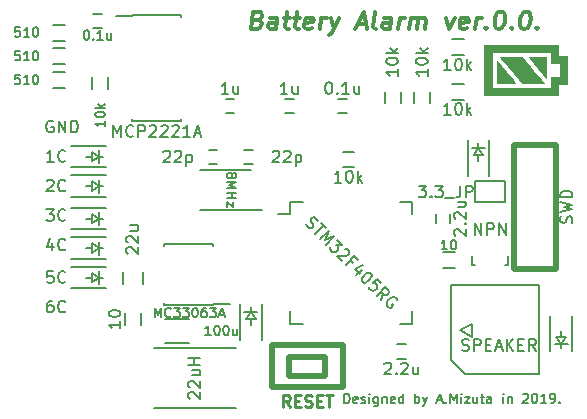
<source format=gbr>
G04 #@! TF.GenerationSoftware,KiCad,Pcbnew,(5.0.0)*
G04 #@! TF.CreationDate,2019-03-01T17:45:54+09:00*
G04 #@! TF.ProjectId,Lipo_Alarm,4C69706F5F416C61726D2E6B69636164,rev?*
G04 #@! TF.SameCoordinates,Original*
G04 #@! TF.FileFunction,Legend,Top*
G04 #@! TF.FilePolarity,Positive*
%FSLAX46Y46*%
G04 Gerber Fmt 4.6, Leading zero omitted, Abs format (unit mm)*
G04 Created by KiCad (PCBNEW (5.0.0)) date 03/01/19 17:45:54*
%MOMM*%
%LPD*%
G01*
G04 APERTURE LIST*
%ADD10C,0.200000*%
%ADD11C,0.300000*%
%ADD12C,0.150000*%
%ADD13C,0.500000*%
%ADD14C,0.010000*%
%ADD15C,0.250000*%
G04 APERTURE END LIST*
D10*
X138895238Y-105861904D02*
X138895238Y-105061904D01*
X139085714Y-105061904D01*
X139200000Y-105100000D01*
X139276190Y-105176190D01*
X139314285Y-105252380D01*
X139352380Y-105404761D01*
X139352380Y-105519047D01*
X139314285Y-105671428D01*
X139276190Y-105747619D01*
X139200000Y-105823809D01*
X139085714Y-105861904D01*
X138895238Y-105861904D01*
X140000000Y-105823809D02*
X139923809Y-105861904D01*
X139771428Y-105861904D01*
X139695238Y-105823809D01*
X139657142Y-105747619D01*
X139657142Y-105442857D01*
X139695238Y-105366666D01*
X139771428Y-105328571D01*
X139923809Y-105328571D01*
X140000000Y-105366666D01*
X140038095Y-105442857D01*
X140038095Y-105519047D01*
X139657142Y-105595238D01*
X140342857Y-105823809D02*
X140419047Y-105861904D01*
X140571428Y-105861904D01*
X140647619Y-105823809D01*
X140685714Y-105747619D01*
X140685714Y-105709523D01*
X140647619Y-105633333D01*
X140571428Y-105595238D01*
X140457142Y-105595238D01*
X140380952Y-105557142D01*
X140342857Y-105480952D01*
X140342857Y-105442857D01*
X140380952Y-105366666D01*
X140457142Y-105328571D01*
X140571428Y-105328571D01*
X140647619Y-105366666D01*
X141028571Y-105861904D02*
X141028571Y-105328571D01*
X141028571Y-105061904D02*
X140990476Y-105100000D01*
X141028571Y-105138095D01*
X141066666Y-105100000D01*
X141028571Y-105061904D01*
X141028571Y-105138095D01*
X141752380Y-105328571D02*
X141752380Y-105976190D01*
X141714285Y-106052380D01*
X141676190Y-106090476D01*
X141600000Y-106128571D01*
X141485714Y-106128571D01*
X141409523Y-106090476D01*
X141752380Y-105823809D02*
X141676190Y-105861904D01*
X141523809Y-105861904D01*
X141447619Y-105823809D01*
X141409523Y-105785714D01*
X141371428Y-105709523D01*
X141371428Y-105480952D01*
X141409523Y-105404761D01*
X141447619Y-105366666D01*
X141523809Y-105328571D01*
X141676190Y-105328571D01*
X141752380Y-105366666D01*
X142133333Y-105328571D02*
X142133333Y-105861904D01*
X142133333Y-105404761D02*
X142171428Y-105366666D01*
X142247619Y-105328571D01*
X142361904Y-105328571D01*
X142438095Y-105366666D01*
X142476190Y-105442857D01*
X142476190Y-105861904D01*
X143161904Y-105823809D02*
X143085714Y-105861904D01*
X142933333Y-105861904D01*
X142857142Y-105823809D01*
X142819047Y-105747619D01*
X142819047Y-105442857D01*
X142857142Y-105366666D01*
X142933333Y-105328571D01*
X143085714Y-105328571D01*
X143161904Y-105366666D01*
X143200000Y-105442857D01*
X143200000Y-105519047D01*
X142819047Y-105595238D01*
X143885714Y-105861904D02*
X143885714Y-105061904D01*
X143885714Y-105823809D02*
X143809523Y-105861904D01*
X143657142Y-105861904D01*
X143580952Y-105823809D01*
X143542857Y-105785714D01*
X143504761Y-105709523D01*
X143504761Y-105480952D01*
X143542857Y-105404761D01*
X143580952Y-105366666D01*
X143657142Y-105328571D01*
X143809523Y-105328571D01*
X143885714Y-105366666D01*
X144876190Y-105861904D02*
X144876190Y-105061904D01*
X144876190Y-105366666D02*
X144952380Y-105328571D01*
X145104761Y-105328571D01*
X145180952Y-105366666D01*
X145219047Y-105404761D01*
X145257142Y-105480952D01*
X145257142Y-105709523D01*
X145219047Y-105785714D01*
X145180952Y-105823809D01*
X145104761Y-105861904D01*
X144952380Y-105861904D01*
X144876190Y-105823809D01*
X145523809Y-105328571D02*
X145714285Y-105861904D01*
X145904761Y-105328571D02*
X145714285Y-105861904D01*
X145638095Y-106052380D01*
X145600000Y-106090476D01*
X145523809Y-106128571D01*
X146780952Y-105633333D02*
X147161904Y-105633333D01*
X146704761Y-105861904D02*
X146971428Y-105061904D01*
X147238095Y-105861904D01*
X147504761Y-105785714D02*
X147542857Y-105823809D01*
X147504761Y-105861904D01*
X147466666Y-105823809D01*
X147504761Y-105785714D01*
X147504761Y-105861904D01*
X147885714Y-105861904D02*
X147885714Y-105061904D01*
X148152380Y-105633333D01*
X148419047Y-105061904D01*
X148419047Y-105861904D01*
X148800000Y-105861904D02*
X148800000Y-105328571D01*
X148800000Y-105061904D02*
X148761904Y-105100000D01*
X148800000Y-105138095D01*
X148838095Y-105100000D01*
X148800000Y-105061904D01*
X148800000Y-105138095D01*
X149104761Y-105328571D02*
X149523809Y-105328571D01*
X149104761Y-105861904D01*
X149523809Y-105861904D01*
X150171428Y-105328571D02*
X150171428Y-105861904D01*
X149828571Y-105328571D02*
X149828571Y-105747619D01*
X149866666Y-105823809D01*
X149942857Y-105861904D01*
X150057142Y-105861904D01*
X150133333Y-105823809D01*
X150171428Y-105785714D01*
X150438095Y-105328571D02*
X150742857Y-105328571D01*
X150552380Y-105061904D02*
X150552380Y-105747619D01*
X150590476Y-105823809D01*
X150666666Y-105861904D01*
X150742857Y-105861904D01*
X151352380Y-105861904D02*
X151352380Y-105442857D01*
X151314285Y-105366666D01*
X151238095Y-105328571D01*
X151085714Y-105328571D01*
X151009523Y-105366666D01*
X151352380Y-105823809D02*
X151276190Y-105861904D01*
X151085714Y-105861904D01*
X151009523Y-105823809D01*
X150971428Y-105747619D01*
X150971428Y-105671428D01*
X151009523Y-105595238D01*
X151085714Y-105557142D01*
X151276190Y-105557142D01*
X151352380Y-105519047D01*
X152342857Y-105861904D02*
X152342857Y-105328571D01*
X152342857Y-105061904D02*
X152304761Y-105100000D01*
X152342857Y-105138095D01*
X152380952Y-105100000D01*
X152342857Y-105061904D01*
X152342857Y-105138095D01*
X152723809Y-105328571D02*
X152723809Y-105861904D01*
X152723809Y-105404761D02*
X152761904Y-105366666D01*
X152838095Y-105328571D01*
X152952380Y-105328571D01*
X153028571Y-105366666D01*
X153066666Y-105442857D01*
X153066666Y-105861904D01*
X154019047Y-105138095D02*
X154057142Y-105100000D01*
X154133333Y-105061904D01*
X154323809Y-105061904D01*
X154400000Y-105100000D01*
X154438095Y-105138095D01*
X154476190Y-105214285D01*
X154476190Y-105290476D01*
X154438095Y-105404761D01*
X153980952Y-105861904D01*
X154476190Y-105861904D01*
X154971428Y-105061904D02*
X155047619Y-105061904D01*
X155123809Y-105100000D01*
X155161904Y-105138095D01*
X155200000Y-105214285D01*
X155238095Y-105366666D01*
X155238095Y-105557142D01*
X155200000Y-105709523D01*
X155161904Y-105785714D01*
X155123809Y-105823809D01*
X155047619Y-105861904D01*
X154971428Y-105861904D01*
X154895238Y-105823809D01*
X154857142Y-105785714D01*
X154819047Y-105709523D01*
X154780952Y-105557142D01*
X154780952Y-105366666D01*
X154819047Y-105214285D01*
X154857142Y-105138095D01*
X154895238Y-105100000D01*
X154971428Y-105061904D01*
X156000000Y-105861904D02*
X155542857Y-105861904D01*
X155771428Y-105861904D02*
X155771428Y-105061904D01*
X155695238Y-105176190D01*
X155619047Y-105252380D01*
X155542857Y-105290476D01*
X156380952Y-105861904D02*
X156533333Y-105861904D01*
X156609523Y-105823809D01*
X156647619Y-105785714D01*
X156723809Y-105671428D01*
X156761904Y-105519047D01*
X156761904Y-105214285D01*
X156723809Y-105138095D01*
X156685714Y-105100000D01*
X156609523Y-105061904D01*
X156457142Y-105061904D01*
X156380952Y-105100000D01*
X156342857Y-105138095D01*
X156304761Y-105214285D01*
X156304761Y-105404761D01*
X156342857Y-105480952D01*
X156380952Y-105519047D01*
X156457142Y-105557142D01*
X156609523Y-105557142D01*
X156685714Y-105519047D01*
X156723809Y-105480952D01*
X156761904Y-105404761D01*
X157104761Y-105785714D02*
X157142857Y-105823809D01*
X157104761Y-105861904D01*
X157066666Y-105823809D01*
X157104761Y-105785714D01*
X157104761Y-105861904D01*
D11*
X131585000Y-73442857D02*
X131790357Y-73514285D01*
X131852857Y-73585714D01*
X131906428Y-73728571D01*
X131879642Y-73942857D01*
X131790357Y-74085714D01*
X131710000Y-74157142D01*
X131558214Y-74228571D01*
X130986785Y-74228571D01*
X131174285Y-72728571D01*
X131674285Y-72728571D01*
X131808214Y-72800000D01*
X131870714Y-72871428D01*
X131924285Y-73014285D01*
X131906428Y-73157142D01*
X131817142Y-73300000D01*
X131736785Y-73371428D01*
X131585000Y-73442857D01*
X131085000Y-73442857D01*
X133129642Y-74228571D02*
X133227857Y-73442857D01*
X133174285Y-73300000D01*
X133040357Y-73228571D01*
X132754642Y-73228571D01*
X132602857Y-73300000D01*
X133138571Y-74157142D02*
X132986785Y-74228571D01*
X132629642Y-74228571D01*
X132495714Y-74157142D01*
X132442142Y-74014285D01*
X132460000Y-73871428D01*
X132549285Y-73728571D01*
X132701071Y-73657142D01*
X133058214Y-73657142D01*
X133210000Y-73585714D01*
X133754642Y-73228571D02*
X134326071Y-73228571D01*
X134031428Y-72728571D02*
X133870714Y-74014285D01*
X133924285Y-74157142D01*
X134058214Y-74228571D01*
X134201071Y-74228571D01*
X134611785Y-73228571D02*
X135183214Y-73228571D01*
X134888571Y-72728571D02*
X134727857Y-74014285D01*
X134781428Y-74157142D01*
X134915357Y-74228571D01*
X135058214Y-74228571D01*
X136138571Y-74157142D02*
X135986785Y-74228571D01*
X135701071Y-74228571D01*
X135567142Y-74157142D01*
X135513571Y-74014285D01*
X135585000Y-73442857D01*
X135674285Y-73300000D01*
X135826071Y-73228571D01*
X136111785Y-73228571D01*
X136245714Y-73300000D01*
X136299285Y-73442857D01*
X136281428Y-73585714D01*
X135549285Y-73728571D01*
X136843928Y-74228571D02*
X136968928Y-73228571D01*
X136933214Y-73514285D02*
X137022500Y-73371428D01*
X137102857Y-73300000D01*
X137254642Y-73228571D01*
X137397500Y-73228571D01*
X137754642Y-73228571D02*
X137986785Y-74228571D01*
X138468928Y-73228571D02*
X137986785Y-74228571D01*
X137799285Y-74585714D01*
X137718928Y-74657142D01*
X137567142Y-74728571D01*
X140040357Y-73800000D02*
X140754642Y-73800000D01*
X139843928Y-74228571D02*
X140531428Y-72728571D01*
X140843928Y-74228571D01*
X141558214Y-74228571D02*
X141424285Y-74157142D01*
X141370714Y-74014285D01*
X141531428Y-72728571D01*
X142772500Y-74228571D02*
X142870714Y-73442857D01*
X142817142Y-73300000D01*
X142683214Y-73228571D01*
X142397500Y-73228571D01*
X142245714Y-73300000D01*
X142781428Y-74157142D02*
X142629642Y-74228571D01*
X142272500Y-74228571D01*
X142138571Y-74157142D01*
X142085000Y-74014285D01*
X142102857Y-73871428D01*
X142192142Y-73728571D01*
X142343928Y-73657142D01*
X142701071Y-73657142D01*
X142852857Y-73585714D01*
X143486785Y-74228571D02*
X143611785Y-73228571D01*
X143576071Y-73514285D02*
X143665357Y-73371428D01*
X143745714Y-73300000D01*
X143897500Y-73228571D01*
X144040357Y-73228571D01*
X144415357Y-74228571D02*
X144540357Y-73228571D01*
X144522500Y-73371428D02*
X144602857Y-73300000D01*
X144754642Y-73228571D01*
X144968928Y-73228571D01*
X145102857Y-73300000D01*
X145156428Y-73442857D01*
X145058214Y-74228571D01*
X145156428Y-73442857D02*
X145245714Y-73300000D01*
X145397500Y-73228571D01*
X145611785Y-73228571D01*
X145745714Y-73300000D01*
X145799285Y-73442857D01*
X145701071Y-74228571D01*
X147540357Y-73228571D02*
X147772500Y-74228571D01*
X148254642Y-73228571D01*
X149281428Y-74157142D02*
X149129642Y-74228571D01*
X148843928Y-74228571D01*
X148710000Y-74157142D01*
X148656428Y-74014285D01*
X148727857Y-73442857D01*
X148817142Y-73300000D01*
X148968928Y-73228571D01*
X149254642Y-73228571D01*
X149388571Y-73300000D01*
X149442142Y-73442857D01*
X149424285Y-73585714D01*
X148692142Y-73728571D01*
X149986785Y-74228571D02*
X150111785Y-73228571D01*
X150076071Y-73514285D02*
X150165357Y-73371428D01*
X150245714Y-73300000D01*
X150397500Y-73228571D01*
X150540357Y-73228571D01*
X150933214Y-74085714D02*
X150995714Y-74157142D01*
X150915357Y-74228571D01*
X150852857Y-74157142D01*
X150933214Y-74085714D01*
X150915357Y-74228571D01*
X152102857Y-72728571D02*
X152245714Y-72728571D01*
X152379642Y-72800000D01*
X152442142Y-72871428D01*
X152495714Y-73014285D01*
X152531428Y-73300000D01*
X152486785Y-73657142D01*
X152379642Y-73942857D01*
X152290357Y-74085714D01*
X152210000Y-74157142D01*
X152058214Y-74228571D01*
X151915357Y-74228571D01*
X151781428Y-74157142D01*
X151718928Y-74085714D01*
X151665357Y-73942857D01*
X151629642Y-73657142D01*
X151674285Y-73300000D01*
X151781428Y-73014285D01*
X151870714Y-72871428D01*
X151951071Y-72800000D01*
X152102857Y-72728571D01*
X153076071Y-74085714D02*
X153138571Y-74157142D01*
X153058214Y-74228571D01*
X152995714Y-74157142D01*
X153076071Y-74085714D01*
X153058214Y-74228571D01*
X154245714Y-72728571D02*
X154388571Y-72728571D01*
X154522500Y-72800000D01*
X154585000Y-72871428D01*
X154638571Y-73014285D01*
X154674285Y-73300000D01*
X154629642Y-73657142D01*
X154522500Y-73942857D01*
X154433214Y-74085714D01*
X154352857Y-74157142D01*
X154201071Y-74228571D01*
X154058214Y-74228571D01*
X153924285Y-74157142D01*
X153861785Y-74085714D01*
X153808214Y-73942857D01*
X153772500Y-73657142D01*
X153817142Y-73300000D01*
X153924285Y-73014285D01*
X154013571Y-72871428D01*
X154093928Y-72800000D01*
X154245714Y-72728571D01*
X155218928Y-74085714D02*
X155281428Y-74157142D01*
X155201071Y-74228571D01*
X155138571Y-74157142D01*
X155218928Y-74085714D01*
X155201071Y-74228571D01*
D10*
X114238095Y-82000000D02*
X114142857Y-81952380D01*
X114000000Y-81952380D01*
X113857142Y-82000000D01*
X113761904Y-82095238D01*
X113714285Y-82190476D01*
X113666666Y-82380952D01*
X113666666Y-82523809D01*
X113714285Y-82714285D01*
X113761904Y-82809523D01*
X113857142Y-82904761D01*
X114000000Y-82952380D01*
X114095238Y-82952380D01*
X114238095Y-82904761D01*
X114285714Y-82857142D01*
X114285714Y-82523809D01*
X114095238Y-82523809D01*
X114714285Y-82952380D02*
X114714285Y-81952380D01*
X115285714Y-82952380D01*
X115285714Y-81952380D01*
X115761904Y-82952380D02*
X115761904Y-81952380D01*
X116000000Y-81952380D01*
X116142857Y-82000000D01*
X116238095Y-82095238D01*
X116285714Y-82190476D01*
X116333333Y-82380952D01*
X116333333Y-82523809D01*
X116285714Y-82714285D01*
X116238095Y-82809523D01*
X116142857Y-82904761D01*
X116000000Y-82952380D01*
X115761904Y-82952380D01*
X114238095Y-94702380D02*
X113761904Y-94702380D01*
X113714285Y-95178571D01*
X113761904Y-95130952D01*
X113857142Y-95083333D01*
X114095238Y-95083333D01*
X114190476Y-95130952D01*
X114238095Y-95178571D01*
X114285714Y-95273809D01*
X114285714Y-95511904D01*
X114238095Y-95607142D01*
X114190476Y-95654761D01*
X114095238Y-95702380D01*
X113857142Y-95702380D01*
X113761904Y-95654761D01*
X113714285Y-95607142D01*
X115285714Y-95607142D02*
X115238095Y-95654761D01*
X115095238Y-95702380D01*
X115000000Y-95702380D01*
X114857142Y-95654761D01*
X114761904Y-95559523D01*
X114714285Y-95464285D01*
X114666666Y-95273809D01*
X114666666Y-95130952D01*
X114714285Y-94940476D01*
X114761904Y-94845238D01*
X114857142Y-94750000D01*
X115000000Y-94702380D01*
X115095238Y-94702380D01*
X115238095Y-94750000D01*
X115285714Y-94797619D01*
X114190476Y-92285714D02*
X114190476Y-92952380D01*
X113952380Y-91904761D02*
X113714285Y-92619047D01*
X114333333Y-92619047D01*
X115285714Y-92857142D02*
X115238095Y-92904761D01*
X115095238Y-92952380D01*
X115000000Y-92952380D01*
X114857142Y-92904761D01*
X114761904Y-92809523D01*
X114714285Y-92714285D01*
X114666666Y-92523809D01*
X114666666Y-92380952D01*
X114714285Y-92190476D01*
X114761904Y-92095238D01*
X114857142Y-92000000D01*
X115000000Y-91952380D01*
X115095238Y-91952380D01*
X115238095Y-92000000D01*
X115285714Y-92047619D01*
X113666666Y-89452380D02*
X114285714Y-89452380D01*
X113952380Y-89833333D01*
X114095238Y-89833333D01*
X114190476Y-89880952D01*
X114238095Y-89928571D01*
X114285714Y-90023809D01*
X114285714Y-90261904D01*
X114238095Y-90357142D01*
X114190476Y-90404761D01*
X114095238Y-90452380D01*
X113809523Y-90452380D01*
X113714285Y-90404761D01*
X113666666Y-90357142D01*
X115285714Y-90357142D02*
X115238095Y-90404761D01*
X115095238Y-90452380D01*
X115000000Y-90452380D01*
X114857142Y-90404761D01*
X114761904Y-90309523D01*
X114714285Y-90214285D01*
X114666666Y-90023809D01*
X114666666Y-89880952D01*
X114714285Y-89690476D01*
X114761904Y-89595238D01*
X114857142Y-89500000D01*
X115000000Y-89452380D01*
X115095238Y-89452380D01*
X115238095Y-89500000D01*
X115285714Y-89547619D01*
X113714285Y-87047619D02*
X113761904Y-87000000D01*
X113857142Y-86952380D01*
X114095238Y-86952380D01*
X114190476Y-87000000D01*
X114238095Y-87047619D01*
X114285714Y-87142857D01*
X114285714Y-87238095D01*
X114238095Y-87380952D01*
X113666666Y-87952380D01*
X114285714Y-87952380D01*
X115285714Y-87857142D02*
X115238095Y-87904761D01*
X115095238Y-87952380D01*
X115000000Y-87952380D01*
X114857142Y-87904761D01*
X114761904Y-87809523D01*
X114714285Y-87714285D01*
X114666666Y-87523809D01*
X114666666Y-87380952D01*
X114714285Y-87190476D01*
X114761904Y-87095238D01*
X114857142Y-87000000D01*
X115000000Y-86952380D01*
X115095238Y-86952380D01*
X115238095Y-87000000D01*
X115285714Y-87047619D01*
X114190476Y-97202380D02*
X114000000Y-97202380D01*
X113904761Y-97250000D01*
X113857142Y-97297619D01*
X113761904Y-97440476D01*
X113714285Y-97630952D01*
X113714285Y-98011904D01*
X113761904Y-98107142D01*
X113809523Y-98154761D01*
X113904761Y-98202380D01*
X114095238Y-98202380D01*
X114190476Y-98154761D01*
X114238095Y-98107142D01*
X114285714Y-98011904D01*
X114285714Y-97773809D01*
X114238095Y-97678571D01*
X114190476Y-97630952D01*
X114095238Y-97583333D01*
X113904761Y-97583333D01*
X113809523Y-97630952D01*
X113761904Y-97678571D01*
X113714285Y-97773809D01*
X115285714Y-98107142D02*
X115238095Y-98154761D01*
X115095238Y-98202380D01*
X115000000Y-98202380D01*
X114857142Y-98154761D01*
X114761904Y-98059523D01*
X114714285Y-97964285D01*
X114666666Y-97773809D01*
X114666666Y-97630952D01*
X114714285Y-97440476D01*
X114761904Y-97345238D01*
X114857142Y-97250000D01*
X115000000Y-97202380D01*
X115095238Y-97202380D01*
X115238095Y-97250000D01*
X115285714Y-97297619D01*
X114285714Y-85452380D02*
X113714285Y-85452380D01*
X114000000Y-85452380D02*
X114000000Y-84452380D01*
X113904761Y-84595238D01*
X113809523Y-84690476D01*
X113714285Y-84738095D01*
X115285714Y-85357142D02*
X115238095Y-85404761D01*
X115095238Y-85452380D01*
X115000000Y-85452380D01*
X114857142Y-85404761D01*
X114761904Y-85309523D01*
X114714285Y-85214285D01*
X114666666Y-85023809D01*
X114666666Y-84880952D01*
X114714285Y-84690476D01*
X114761904Y-84595238D01*
X114857142Y-84500000D01*
X115000000Y-84452380D01*
X115095238Y-84452380D01*
X115238095Y-84500000D01*
X115285714Y-84547619D01*
D12*
G04 #@! TO.C,Q1*
X149950840Y-94150240D02*
X149999100Y-94150240D01*
X152749820Y-93449200D02*
X152749820Y-94150240D01*
X152749820Y-94150240D02*
X152500900Y-94150240D01*
X149950840Y-94150240D02*
X149750180Y-94150240D01*
X149750180Y-94150240D02*
X149750180Y-93449200D01*
G04 #@! TO.C,C1*
X131150000Y-85650000D02*
X130450000Y-85650000D01*
X130450000Y-84450000D02*
X131150000Y-84450000D01*
G04 #@! TO.C,C3*
X128150000Y-85650000D02*
X127450000Y-85650000D01*
X127450000Y-84450000D02*
X128150000Y-84450000D01*
G04 #@! TO.C,C7*
X143400000Y-100900000D02*
X144100000Y-100900000D01*
X144100000Y-102100000D02*
X143400000Y-102100000D01*
G04 #@! TO.C,C9*
X147850000Y-89900000D02*
X147850000Y-90600000D01*
X146650000Y-90600000D02*
X146650000Y-89900000D01*
G04 #@! TO.C,C11*
X139100000Y-81350000D02*
X138400000Y-81350000D01*
X138400000Y-80150000D02*
X139100000Y-80150000D01*
G04 #@! TO.C,C12*
X128900000Y-80150000D02*
X129600000Y-80150000D01*
X129600000Y-81350000D02*
X128900000Y-81350000D01*
G04 #@! TO.C,C13*
X134600000Y-81350000D02*
X133900000Y-81350000D01*
X133900000Y-80150000D02*
X134600000Y-80150000D01*
G04 #@! TO.C,D1*
X150250000Y-84885000D02*
X150250000Y-85385000D01*
X150650000Y-84885000D02*
X150250000Y-84285000D01*
X149850000Y-84885000D02*
X150650000Y-84885000D01*
X150250000Y-84285000D02*
X149850000Y-84885000D01*
X150250000Y-84285000D02*
X150800000Y-84285000D01*
X150250000Y-84285000D02*
X149700000Y-84285000D01*
X150250000Y-83885000D02*
X150250000Y-84285000D01*
X151150000Y-86635000D02*
X151150000Y-83635000D01*
X149350000Y-86635000D02*
X149350000Y-83635000D01*
G04 #@! TO.C,D2*
X157250000Y-100250000D02*
X157250000Y-99750000D01*
X156850000Y-100250000D02*
X157250000Y-100850000D01*
X157650000Y-100250000D02*
X156850000Y-100250000D01*
X157250000Y-100850000D02*
X157650000Y-100250000D01*
X157250000Y-100850000D02*
X156700000Y-100850000D01*
X157250000Y-100850000D02*
X157800000Y-100850000D01*
X157250000Y-101250000D02*
X157250000Y-100850000D01*
X156350000Y-98500000D02*
X156350000Y-101500000D01*
X158150000Y-98500000D02*
X158150000Y-101500000D01*
G04 #@! TO.C,D3*
X115750000Y-84100000D02*
X118750000Y-84100000D01*
X115750000Y-85900000D02*
X118750000Y-85900000D01*
X118500000Y-85000000D02*
X118100000Y-85000000D01*
X118100000Y-85000000D02*
X118100000Y-84450000D01*
X118100000Y-85000000D02*
X118100000Y-85550000D01*
X118100000Y-85000000D02*
X117500000Y-84600000D01*
X117500000Y-84600000D02*
X117500000Y-85400000D01*
X117500000Y-85400000D02*
X118100000Y-85000000D01*
X117500000Y-85000000D02*
X117000000Y-85000000D01*
G04 #@! TO.C,D4*
X117500000Y-87500000D02*
X117000000Y-87500000D01*
X117500000Y-87900000D02*
X118100000Y-87500000D01*
X117500000Y-87100000D02*
X117500000Y-87900000D01*
X118100000Y-87500000D02*
X117500000Y-87100000D01*
X118100000Y-87500000D02*
X118100000Y-88050000D01*
X118100000Y-87500000D02*
X118100000Y-86950000D01*
X118500000Y-87500000D02*
X118100000Y-87500000D01*
X115750000Y-88400000D02*
X118750000Y-88400000D01*
X115750000Y-86600000D02*
X118750000Y-86600000D01*
G04 #@! TO.C,D5*
X115750000Y-89350000D02*
X118750000Y-89350000D01*
X115750000Y-91150000D02*
X118750000Y-91150000D01*
X118500000Y-90250000D02*
X118100000Y-90250000D01*
X118100000Y-90250000D02*
X118100000Y-89700000D01*
X118100000Y-90250000D02*
X118100000Y-90800000D01*
X118100000Y-90250000D02*
X117500000Y-89850000D01*
X117500000Y-89850000D02*
X117500000Y-90650000D01*
X117500000Y-90650000D02*
X118100000Y-90250000D01*
X117500000Y-90250000D02*
X117000000Y-90250000D01*
G04 #@! TO.C,D6*
X117500000Y-92750000D02*
X117000000Y-92750000D01*
X117500000Y-93150000D02*
X118100000Y-92750000D01*
X117500000Y-92350000D02*
X117500000Y-93150000D01*
X118100000Y-92750000D02*
X117500000Y-92350000D01*
X118100000Y-92750000D02*
X118100000Y-93300000D01*
X118100000Y-92750000D02*
X118100000Y-92200000D01*
X118500000Y-92750000D02*
X118100000Y-92750000D01*
X115750000Y-93650000D02*
X118750000Y-93650000D01*
X115750000Y-91850000D02*
X118750000Y-91850000D01*
G04 #@! TO.C,D7*
X115750000Y-94350000D02*
X118750000Y-94350000D01*
X115750000Y-96150000D02*
X118750000Y-96150000D01*
X118500000Y-95250000D02*
X118100000Y-95250000D01*
X118100000Y-95250000D02*
X118100000Y-94700000D01*
X118100000Y-95250000D02*
X118100000Y-95800000D01*
X118100000Y-95250000D02*
X117500000Y-94850000D01*
X117500000Y-94850000D02*
X117500000Y-95650000D01*
X117500000Y-95650000D02*
X118100000Y-95250000D01*
X117500000Y-95250000D02*
X117000000Y-95250000D01*
G04 #@! TO.C,JP1*
X149980000Y-88889000D02*
X152520000Y-88889000D01*
X152520000Y-87111000D02*
X149980000Y-87111000D01*
X152520000Y-87111000D02*
X152520000Y-88889000D01*
X149980000Y-88889000D02*
X149980000Y-87111000D01*
D13*
G04 #@! TO.C,P1*
X153300000Y-94500000D02*
X156800000Y-94500000D01*
X153300000Y-84000000D02*
X153300000Y-94500000D01*
X156800000Y-84000000D02*
X156800000Y-94500000D01*
X156800000Y-84000000D02*
X153300000Y-84000000D01*
D12*
G04 #@! TO.C,R1*
X138750000Y-84575000D02*
X139750000Y-84575000D01*
X139750000Y-85925000D02*
X138750000Y-85925000D01*
G04 #@! TO.C,R2*
X144825000Y-80500000D02*
X144825000Y-79500000D01*
X146175000Y-79500000D02*
X146175000Y-80500000D01*
G04 #@! TO.C,R5*
X143675000Y-79500000D02*
X143675000Y-80500000D01*
X142325000Y-80500000D02*
X142325000Y-79500000D01*
G04 #@! TO.C,R6*
X148250000Y-94425000D02*
X147250000Y-94425000D01*
X147250000Y-93075000D02*
X148250000Y-93075000D01*
G04 #@! TO.C,R14*
X149000000Y-76425000D02*
X148000000Y-76425000D01*
X148000000Y-75075000D02*
X149000000Y-75075000D01*
G04 #@! TO.C,R15*
X149000000Y-80175000D02*
X148000000Y-80175000D01*
X148000000Y-78825000D02*
X149000000Y-78825000D01*
G04 #@! TO.C,SP1*
X149100000Y-103400000D02*
X155400000Y-103400000D01*
X155400000Y-103400000D02*
X155400000Y-95900000D01*
X147900000Y-95900000D02*
X155400000Y-95900000D01*
X147900000Y-95900000D02*
X147900000Y-102200000D01*
X149100000Y-103400000D02*
X147900000Y-102200000D01*
X149700000Y-99200000D02*
X148700000Y-99700000D01*
X149700000Y-100300000D02*
X149700000Y-99200000D01*
X148700000Y-99700000D02*
X149700000Y-100300000D01*
D13*
G04 #@! TO.C,SW1*
X132750000Y-104550000D02*
X138750000Y-104550000D01*
X132750000Y-100950000D02*
X132750000Y-104550000D01*
X138750000Y-100950000D02*
X132750000Y-100950000D01*
X138750000Y-104550000D02*
X138750000Y-100950000D01*
X134250000Y-103550000D02*
X137250000Y-103550000D01*
X134250000Y-101950000D02*
X134250000Y-103550000D01*
X137250000Y-101950000D02*
X134250000Y-101950000D01*
X137250000Y-103550000D02*
X137250000Y-101950000D01*
D12*
G04 #@! TO.C,U1*
X134325000Y-88825000D02*
X134325000Y-89825000D01*
X144675000Y-88825000D02*
X144675000Y-89900000D01*
X144675000Y-99175000D02*
X144675000Y-98100000D01*
X134325000Y-99175000D02*
X134325000Y-98100000D01*
X134325000Y-88825000D02*
X135400000Y-88825000D01*
X134325000Y-99175000D02*
X135400000Y-99175000D01*
X144675000Y-99175000D02*
X143600000Y-99175000D01*
X144675000Y-88825000D02*
X143600000Y-88825000D01*
X134325000Y-89825000D02*
X133300000Y-89825000D01*
G04 #@! TO.C,X1*
X126700000Y-86100000D02*
X131000000Y-86100000D01*
X131950000Y-89500000D02*
X126700000Y-89500000D01*
G04 #@! TO.C,D11*
X131000000Y-98750000D02*
X131000000Y-99250000D01*
X131400000Y-98750000D02*
X131000000Y-98150000D01*
X130600000Y-98750000D02*
X131400000Y-98750000D01*
X131000000Y-98150000D02*
X130600000Y-98750000D01*
X131000000Y-98150000D02*
X131550000Y-98150000D01*
X131000000Y-98150000D02*
X130450000Y-98150000D01*
X131000000Y-97750000D02*
X131000000Y-98150000D01*
X131900000Y-100500000D02*
X131900000Y-97500000D01*
X130100000Y-100500000D02*
X130100000Y-97500000D01*
G04 #@! TO.C,L1*
X122800000Y-106300000D02*
X129700000Y-106300000D01*
X122800000Y-101200000D02*
X129700000Y-101200000D01*
G04 #@! TO.C,R24*
X121675000Y-98250000D02*
X121675000Y-99250000D01*
X120325000Y-99250000D02*
X120325000Y-98250000D01*
G04 #@! TO.C,C14*
X123750000Y-100775000D02*
X125750000Y-100775000D01*
X125750000Y-98725000D02*
X123750000Y-98725000D01*
G04 #@! TO.C,C16*
X120150000Y-94750000D02*
X120150000Y-95750000D01*
X121850000Y-95750000D02*
X121850000Y-94750000D01*
G04 #@! TO.C,U3*
X127825000Y-97575000D02*
X127825000Y-97525000D01*
X123675000Y-97575000D02*
X123675000Y-97430000D01*
X123675000Y-92425000D02*
X123675000Y-92570000D01*
X127825000Y-92425000D02*
X127825000Y-92570000D01*
X127825000Y-97575000D02*
X123675000Y-97575000D01*
X127825000Y-92425000D02*
X123675000Y-92425000D01*
X127825000Y-97525000D02*
X129225000Y-97525000D01*
G04 #@! TO.C,C17*
X118350000Y-74100000D02*
X117650000Y-74100000D01*
X117650000Y-72900000D02*
X118350000Y-72900000D01*
G04 #@! TO.C,R27*
X117575000Y-79250000D02*
X117575000Y-78250000D01*
X118925000Y-78250000D02*
X118925000Y-79250000D01*
G04 #@! TO.C,R28*
X115250000Y-75175000D02*
X114250000Y-75175000D01*
X114250000Y-73825000D02*
X115250000Y-73825000D01*
G04 #@! TO.C,R29*
X114250000Y-75825000D02*
X115250000Y-75825000D01*
X115250000Y-77175000D02*
X114250000Y-77175000D01*
G04 #@! TO.C,R30*
X115250000Y-79175000D02*
X114250000Y-79175000D01*
X114250000Y-77825000D02*
X115250000Y-77825000D01*
G04 #@! TO.C,U4*
X120925000Y-73050000D02*
X120925000Y-73075000D01*
X125075000Y-73050000D02*
X125075000Y-73165000D01*
X125075000Y-81950000D02*
X125075000Y-81835000D01*
X120925000Y-81950000D02*
X120925000Y-81835000D01*
X120925000Y-73050000D02*
X125075000Y-73050000D01*
X120925000Y-81950000D02*
X125075000Y-81950000D01*
X120925000Y-73075000D02*
X119550000Y-73075000D01*
D14*
G04 #@! TO.C,U5*
G36*
X157023742Y-76465705D02*
X157771717Y-76465705D01*
X157771717Y-78865460D01*
X157023742Y-78865460D01*
X157023742Y-79800429D01*
X150759448Y-79800429D01*
X150759448Y-76154049D01*
X151382760Y-76154049D01*
X151382760Y-79177116D01*
X156400429Y-79177116D01*
X156400429Y-78242147D01*
X157148405Y-78242147D01*
X157148405Y-77089018D01*
X156400429Y-77089018D01*
X156400429Y-76154049D01*
X151382760Y-76154049D01*
X150759448Y-76154049D01*
X150759448Y-75530736D01*
X157023742Y-75530736D01*
X157023742Y-76465705D01*
X157023742Y-76465705D01*
G37*
X157023742Y-76465705D02*
X157771717Y-76465705D01*
X157771717Y-78865460D01*
X157023742Y-78865460D01*
X157023742Y-79800429D01*
X150759448Y-79800429D01*
X150759448Y-76154049D01*
X151382760Y-76154049D01*
X151382760Y-79177116D01*
X156400429Y-79177116D01*
X156400429Y-78242147D01*
X157148405Y-78242147D01*
X157148405Y-77089018D01*
X156400429Y-77089018D01*
X156400429Y-76154049D01*
X151382760Y-76154049D01*
X150759448Y-76154049D01*
X150759448Y-75530736D01*
X157023742Y-75530736D01*
X157023742Y-76465705D01*
G36*
X151840586Y-76944707D02*
X151845267Y-76949638D01*
X151882152Y-76991607D01*
X151951971Y-77073237D01*
X152047761Y-77186305D01*
X152162556Y-77322582D01*
X152289394Y-77473843D01*
X152319426Y-77509754D01*
X152472813Y-77693007D01*
X152639069Y-77891208D01*
X152804416Y-78087961D01*
X152955075Y-78266866D01*
X153059206Y-78390184D01*
X153382179Y-78771963D01*
X151787914Y-78771963D01*
X151787914Y-77830068D01*
X151788035Y-77563624D01*
X151788662Y-77353418D01*
X151790193Y-77193354D01*
X151793025Y-77077339D01*
X151797554Y-76999280D01*
X151804178Y-76953081D01*
X151813293Y-76932648D01*
X151825297Y-76931888D01*
X151840586Y-76944707D01*
X151840586Y-76944707D01*
G37*
X151840586Y-76944707D02*
X151845267Y-76949638D01*
X151882152Y-76991607D01*
X151951971Y-77073237D01*
X152047761Y-77186305D01*
X152162556Y-77322582D01*
X152289394Y-77473843D01*
X152319426Y-77509754D01*
X152472813Y-77693007D01*
X152639069Y-77891208D01*
X152804416Y-78087961D01*
X152955075Y-78266866D01*
X153059206Y-78390184D01*
X153382179Y-78771963D01*
X151787914Y-78771963D01*
X151787914Y-77830068D01*
X151788035Y-77563624D01*
X151788662Y-77353418D01*
X151790193Y-77193354D01*
X151793025Y-77077339D01*
X151797554Y-76999280D01*
X151804178Y-76953081D01*
X151813293Y-76932648D01*
X151825297Y-76931888D01*
X151840586Y-76944707D01*
G36*
X154798590Y-77593836D02*
X154983581Y-77814067D01*
X155157741Y-78021585D01*
X155316630Y-78211084D01*
X155455803Y-78377256D01*
X155570818Y-78514796D01*
X155657233Y-78618396D01*
X155710604Y-78682750D01*
X155724838Y-78700216D01*
X155781640Y-78771963D01*
X153941931Y-78771963D01*
X153059708Y-77719364D01*
X152874159Y-77497921D01*
X152699949Y-77289893D01*
X152541383Y-77100430D01*
X152402766Y-76934681D01*
X152288402Y-76797794D01*
X152202597Y-76694918D01*
X152149655Y-76631203D01*
X152134711Y-76612984D01*
X152125573Y-76597575D01*
X152129628Y-76585420D01*
X152153129Y-76576136D01*
X152202329Y-76569338D01*
X152283480Y-76564642D01*
X152402837Y-76561665D01*
X152566650Y-76560022D01*
X152781174Y-76559330D01*
X153010540Y-76559202D01*
X153929143Y-76559202D01*
X154798590Y-77593836D01*
X154798590Y-77593836D01*
G37*
X154798590Y-77593836D02*
X154983581Y-77814067D01*
X155157741Y-78021585D01*
X155316630Y-78211084D01*
X155455803Y-78377256D01*
X155570818Y-78514796D01*
X155657233Y-78618396D01*
X155710604Y-78682750D01*
X155724838Y-78700216D01*
X155781640Y-78771963D01*
X153941931Y-78771963D01*
X153059708Y-77719364D01*
X152874159Y-77497921D01*
X152699949Y-77289893D01*
X152541383Y-77100430D01*
X152402766Y-76934681D01*
X152288402Y-76797794D01*
X152202597Y-76694918D01*
X152149655Y-76631203D01*
X152134711Y-76612984D01*
X152125573Y-76597575D01*
X152129628Y-76585420D01*
X152153129Y-76576136D01*
X152202329Y-76569338D01*
X152283480Y-76564642D01*
X152402837Y-76561665D01*
X152566650Y-76560022D01*
X152781174Y-76559330D01*
X153010540Y-76559202D01*
X153929143Y-76559202D01*
X154798590Y-77593836D01*
G36*
X155787514Y-76564005D02*
X155903192Y-76565301D01*
X155970826Y-76567588D01*
X155984806Y-76569509D01*
X155987489Y-76602412D01*
X155989370Y-76689628D01*
X155990420Y-76823143D01*
X155990609Y-76994944D01*
X155989910Y-77197015D01*
X155988293Y-77421345D01*
X155987978Y-77455543D01*
X155979693Y-78330119D01*
X155243203Y-77452452D01*
X154506714Y-76574785D01*
X155240031Y-76566419D01*
X155447154Y-76564527D01*
X155632575Y-76563734D01*
X155787514Y-76564005D01*
X155787514Y-76564005D01*
G37*
X155787514Y-76564005D02*
X155903192Y-76565301D01*
X155970826Y-76567588D01*
X155984806Y-76569509D01*
X155987489Y-76602412D01*
X155989370Y-76689628D01*
X155990420Y-76823143D01*
X155990609Y-76994944D01*
X155989910Y-77197015D01*
X155988293Y-77421345D01*
X155987978Y-77455543D01*
X155979693Y-78330119D01*
X155243203Y-77452452D01*
X154506714Y-76574785D01*
X155240031Y-76566419D01*
X155447154Y-76564527D01*
X155632575Y-76563734D01*
X155787514Y-76564005D01*
G04 #@! TO.C,Q1*
D12*
X149940476Y-91652380D02*
X149940476Y-90652380D01*
X150511904Y-91652380D01*
X150511904Y-90652380D01*
X150988095Y-91652380D02*
X150988095Y-90652380D01*
X151369047Y-90652380D01*
X151464285Y-90700000D01*
X151511904Y-90747619D01*
X151559523Y-90842857D01*
X151559523Y-90985714D01*
X151511904Y-91080952D01*
X151464285Y-91128571D01*
X151369047Y-91176190D01*
X150988095Y-91176190D01*
X151988095Y-91652380D02*
X151988095Y-90652380D01*
X152559523Y-91652380D01*
X152559523Y-90652380D01*
G04 #@! TO.C,C1*
X132835714Y-84597619D02*
X132883333Y-84550000D01*
X132978571Y-84502380D01*
X133216666Y-84502380D01*
X133311904Y-84550000D01*
X133359523Y-84597619D01*
X133407142Y-84692857D01*
X133407142Y-84788095D01*
X133359523Y-84930952D01*
X132788095Y-85502380D01*
X133407142Y-85502380D01*
X133788095Y-84597619D02*
X133835714Y-84550000D01*
X133930952Y-84502380D01*
X134169047Y-84502380D01*
X134264285Y-84550000D01*
X134311904Y-84597619D01*
X134359523Y-84692857D01*
X134359523Y-84788095D01*
X134311904Y-84930952D01*
X133740476Y-85502380D01*
X134359523Y-85502380D01*
X134788095Y-84835714D02*
X134788095Y-85835714D01*
X134788095Y-84883333D02*
X134883333Y-84835714D01*
X135073809Y-84835714D01*
X135169047Y-84883333D01*
X135216666Y-84930952D01*
X135264285Y-85026190D01*
X135264285Y-85311904D01*
X135216666Y-85407142D01*
X135169047Y-85454761D01*
X135073809Y-85502380D01*
X134883333Y-85502380D01*
X134788095Y-85454761D01*
G04 #@! TO.C,C3*
X123585714Y-84597619D02*
X123633333Y-84550000D01*
X123728571Y-84502380D01*
X123966666Y-84502380D01*
X124061904Y-84550000D01*
X124109523Y-84597619D01*
X124157142Y-84692857D01*
X124157142Y-84788095D01*
X124109523Y-84930952D01*
X123538095Y-85502380D01*
X124157142Y-85502380D01*
X124538095Y-84597619D02*
X124585714Y-84550000D01*
X124680952Y-84502380D01*
X124919047Y-84502380D01*
X125014285Y-84550000D01*
X125061904Y-84597619D01*
X125109523Y-84692857D01*
X125109523Y-84788095D01*
X125061904Y-84930952D01*
X124490476Y-85502380D01*
X125109523Y-85502380D01*
X125538095Y-84835714D02*
X125538095Y-85835714D01*
X125538095Y-84883333D02*
X125633333Y-84835714D01*
X125823809Y-84835714D01*
X125919047Y-84883333D01*
X125966666Y-84930952D01*
X126014285Y-85026190D01*
X126014285Y-85311904D01*
X125966666Y-85407142D01*
X125919047Y-85454761D01*
X125823809Y-85502380D01*
X125633333Y-85502380D01*
X125538095Y-85454761D01*
G04 #@! TO.C,C7*
X142297619Y-102547619D02*
X142345238Y-102500000D01*
X142440476Y-102452380D01*
X142678571Y-102452380D01*
X142773809Y-102500000D01*
X142821428Y-102547619D01*
X142869047Y-102642857D01*
X142869047Y-102738095D01*
X142821428Y-102880952D01*
X142250000Y-103452380D01*
X142869047Y-103452380D01*
X143297619Y-103357142D02*
X143345238Y-103404761D01*
X143297619Y-103452380D01*
X143250000Y-103404761D01*
X143297619Y-103357142D01*
X143297619Y-103452380D01*
X143726190Y-102547619D02*
X143773809Y-102500000D01*
X143869047Y-102452380D01*
X144107142Y-102452380D01*
X144202380Y-102500000D01*
X144250000Y-102547619D01*
X144297619Y-102642857D01*
X144297619Y-102738095D01*
X144250000Y-102880952D01*
X143678571Y-103452380D01*
X144297619Y-103452380D01*
X145154761Y-102785714D02*
X145154761Y-103452380D01*
X144726190Y-102785714D02*
X144726190Y-103309523D01*
X144773809Y-103404761D01*
X144869047Y-103452380D01*
X145011904Y-103452380D01*
X145107142Y-103404761D01*
X145154761Y-103357142D01*
G04 #@! TO.C,C9*
X148297619Y-91702380D02*
X148250000Y-91654761D01*
X148202380Y-91559523D01*
X148202380Y-91321428D01*
X148250000Y-91226190D01*
X148297619Y-91178571D01*
X148392857Y-91130952D01*
X148488095Y-91130952D01*
X148630952Y-91178571D01*
X149202380Y-91750000D01*
X149202380Y-91130952D01*
X149107142Y-90702380D02*
X149154761Y-90654761D01*
X149202380Y-90702380D01*
X149154761Y-90750000D01*
X149107142Y-90702380D01*
X149202380Y-90702380D01*
X148297619Y-90273809D02*
X148250000Y-90226190D01*
X148202380Y-90130952D01*
X148202380Y-89892857D01*
X148250000Y-89797619D01*
X148297619Y-89750000D01*
X148392857Y-89702380D01*
X148488095Y-89702380D01*
X148630952Y-89750000D01*
X149202380Y-90321428D01*
X149202380Y-89702380D01*
X148535714Y-88845238D02*
X149202380Y-88845238D01*
X148535714Y-89273809D02*
X149059523Y-89273809D01*
X149154761Y-89226190D01*
X149202380Y-89130952D01*
X149202380Y-88988095D01*
X149154761Y-88892857D01*
X149107142Y-88845238D01*
G04 #@! TO.C,C11*
X137535714Y-78702380D02*
X137630952Y-78702380D01*
X137726190Y-78750000D01*
X137773809Y-78797619D01*
X137821428Y-78892857D01*
X137869047Y-79083333D01*
X137869047Y-79321428D01*
X137821428Y-79511904D01*
X137773809Y-79607142D01*
X137726190Y-79654761D01*
X137630952Y-79702380D01*
X137535714Y-79702380D01*
X137440476Y-79654761D01*
X137392857Y-79607142D01*
X137345238Y-79511904D01*
X137297619Y-79321428D01*
X137297619Y-79083333D01*
X137345238Y-78892857D01*
X137392857Y-78797619D01*
X137440476Y-78750000D01*
X137535714Y-78702380D01*
X138297619Y-79607142D02*
X138345238Y-79654761D01*
X138297619Y-79702380D01*
X138250000Y-79654761D01*
X138297619Y-79607142D01*
X138297619Y-79702380D01*
X139297619Y-79702380D02*
X138726190Y-79702380D01*
X139011904Y-79702380D02*
X139011904Y-78702380D01*
X138916666Y-78845238D01*
X138821428Y-78940476D01*
X138726190Y-78988095D01*
X140154761Y-79035714D02*
X140154761Y-79702380D01*
X139726190Y-79035714D02*
X139726190Y-79559523D01*
X139773809Y-79654761D01*
X139869047Y-79702380D01*
X140011904Y-79702380D01*
X140107142Y-79654761D01*
X140154761Y-79607142D01*
G04 #@! TO.C,C12*
X129083333Y-79702380D02*
X128511904Y-79702380D01*
X128797619Y-79702380D02*
X128797619Y-78702380D01*
X128702380Y-78845238D01*
X128607142Y-78940476D01*
X128511904Y-78988095D01*
X129940476Y-79035714D02*
X129940476Y-79702380D01*
X129511904Y-79035714D02*
X129511904Y-79559523D01*
X129559523Y-79654761D01*
X129654761Y-79702380D01*
X129797619Y-79702380D01*
X129892857Y-79654761D01*
X129940476Y-79607142D01*
G04 #@! TO.C,C13*
X134083333Y-79702380D02*
X133511904Y-79702380D01*
X133797619Y-79702380D02*
X133797619Y-78702380D01*
X133702380Y-78845238D01*
X133607142Y-78940476D01*
X133511904Y-78988095D01*
X134940476Y-79035714D02*
X134940476Y-79702380D01*
X134511904Y-79035714D02*
X134511904Y-79559523D01*
X134559523Y-79654761D01*
X134654761Y-79702380D01*
X134797619Y-79702380D01*
X134892857Y-79654761D01*
X134940476Y-79607142D01*
G04 #@! TO.C,JP1*
X145190476Y-87452380D02*
X145809523Y-87452380D01*
X145476190Y-87833333D01*
X145619047Y-87833333D01*
X145714285Y-87880952D01*
X145761904Y-87928571D01*
X145809523Y-88023809D01*
X145809523Y-88261904D01*
X145761904Y-88357142D01*
X145714285Y-88404761D01*
X145619047Y-88452380D01*
X145333333Y-88452380D01*
X145238095Y-88404761D01*
X145190476Y-88357142D01*
X146238095Y-88357142D02*
X146285714Y-88404761D01*
X146238095Y-88452380D01*
X146190476Y-88404761D01*
X146238095Y-88357142D01*
X146238095Y-88452380D01*
X146619047Y-87452380D02*
X147238095Y-87452380D01*
X146904761Y-87833333D01*
X147047619Y-87833333D01*
X147142857Y-87880952D01*
X147190476Y-87928571D01*
X147238095Y-88023809D01*
X147238095Y-88261904D01*
X147190476Y-88357142D01*
X147142857Y-88404761D01*
X147047619Y-88452380D01*
X146761904Y-88452380D01*
X146666666Y-88404761D01*
X146619047Y-88357142D01*
X147428571Y-88547619D02*
X148190476Y-88547619D01*
X148714285Y-87452380D02*
X148714285Y-88166666D01*
X148666666Y-88309523D01*
X148571428Y-88404761D01*
X148428571Y-88452380D01*
X148333333Y-88452380D01*
X149190476Y-88452380D02*
X149190476Y-87452380D01*
X149571428Y-87452380D01*
X149666666Y-87500000D01*
X149714285Y-87547619D01*
X149761904Y-87642857D01*
X149761904Y-87785714D01*
X149714285Y-87880952D01*
X149666666Y-87928571D01*
X149571428Y-87976190D01*
X149190476Y-87976190D01*
G04 #@! TO.C,P1*
X158154761Y-90607142D02*
X158202380Y-90464285D01*
X158202380Y-90226190D01*
X158154761Y-90130952D01*
X158107142Y-90083333D01*
X158011904Y-90035714D01*
X157916666Y-90035714D01*
X157821428Y-90083333D01*
X157773809Y-90130952D01*
X157726190Y-90226190D01*
X157678571Y-90416666D01*
X157630952Y-90511904D01*
X157583333Y-90559523D01*
X157488095Y-90607142D01*
X157392857Y-90607142D01*
X157297619Y-90559523D01*
X157250000Y-90511904D01*
X157202380Y-90416666D01*
X157202380Y-90178571D01*
X157250000Y-90035714D01*
X157202380Y-89702380D02*
X158202380Y-89464285D01*
X157488095Y-89273809D01*
X158202380Y-89083333D01*
X157202380Y-88845238D01*
X158202380Y-88464285D02*
X157202380Y-88464285D01*
X157202380Y-88226190D01*
X157250000Y-88083333D01*
X157345238Y-87988095D01*
X157440476Y-87940476D01*
X157630952Y-87892857D01*
X157773809Y-87892857D01*
X157964285Y-87940476D01*
X158059523Y-87988095D01*
X158154761Y-88083333D01*
X158202380Y-88226190D01*
X158202380Y-88464285D01*
G04 #@! TO.C,R1*
X138654761Y-87202380D02*
X138083333Y-87202380D01*
X138369047Y-87202380D02*
X138369047Y-86202380D01*
X138273809Y-86345238D01*
X138178571Y-86440476D01*
X138083333Y-86488095D01*
X139273809Y-86202380D02*
X139369047Y-86202380D01*
X139464285Y-86250000D01*
X139511904Y-86297619D01*
X139559523Y-86392857D01*
X139607142Y-86583333D01*
X139607142Y-86821428D01*
X139559523Y-87011904D01*
X139511904Y-87107142D01*
X139464285Y-87154761D01*
X139369047Y-87202380D01*
X139273809Y-87202380D01*
X139178571Y-87154761D01*
X139130952Y-87107142D01*
X139083333Y-87011904D01*
X139035714Y-86821428D01*
X139035714Y-86583333D01*
X139083333Y-86392857D01*
X139130952Y-86297619D01*
X139178571Y-86250000D01*
X139273809Y-86202380D01*
X140035714Y-87202380D02*
X140035714Y-86202380D01*
X140130952Y-86821428D02*
X140416666Y-87202380D01*
X140416666Y-86535714D02*
X140035714Y-86916666D01*
G04 #@! TO.C,R2*
X145952380Y-77595238D02*
X145952380Y-78166666D01*
X145952380Y-77880952D02*
X144952380Y-77880952D01*
X145095238Y-77976190D01*
X145190476Y-78071428D01*
X145238095Y-78166666D01*
X144952380Y-76976190D02*
X144952380Y-76880952D01*
X145000000Y-76785714D01*
X145047619Y-76738095D01*
X145142857Y-76690476D01*
X145333333Y-76642857D01*
X145571428Y-76642857D01*
X145761904Y-76690476D01*
X145857142Y-76738095D01*
X145904761Y-76785714D01*
X145952380Y-76880952D01*
X145952380Y-76976190D01*
X145904761Y-77071428D01*
X145857142Y-77119047D01*
X145761904Y-77166666D01*
X145571428Y-77214285D01*
X145333333Y-77214285D01*
X145142857Y-77166666D01*
X145047619Y-77119047D01*
X145000000Y-77071428D01*
X144952380Y-76976190D01*
X145952380Y-76214285D02*
X144952380Y-76214285D01*
X145571428Y-76119047D02*
X145952380Y-75833333D01*
X145285714Y-75833333D02*
X145666666Y-76214285D01*
G04 #@! TO.C,R5*
X143452380Y-77595238D02*
X143452380Y-78166666D01*
X143452380Y-77880952D02*
X142452380Y-77880952D01*
X142595238Y-77976190D01*
X142690476Y-78071428D01*
X142738095Y-78166666D01*
X142452380Y-76976190D02*
X142452380Y-76880952D01*
X142500000Y-76785714D01*
X142547619Y-76738095D01*
X142642857Y-76690476D01*
X142833333Y-76642857D01*
X143071428Y-76642857D01*
X143261904Y-76690476D01*
X143357142Y-76738095D01*
X143404761Y-76785714D01*
X143452380Y-76880952D01*
X143452380Y-76976190D01*
X143404761Y-77071428D01*
X143357142Y-77119047D01*
X143261904Y-77166666D01*
X143071428Y-77214285D01*
X142833333Y-77214285D01*
X142642857Y-77166666D01*
X142547619Y-77119047D01*
X142500000Y-77071428D01*
X142452380Y-76976190D01*
X143452380Y-76214285D02*
X142452380Y-76214285D01*
X143071428Y-76119047D02*
X143452380Y-75833333D01*
X142785714Y-75833333D02*
X143166666Y-76214285D01*
G04 #@! TO.C,R6*
X147597619Y-92861904D02*
X147140476Y-92861904D01*
X147369047Y-92861904D02*
X147369047Y-92061904D01*
X147292857Y-92176190D01*
X147216666Y-92252380D01*
X147140476Y-92290476D01*
X148092857Y-92061904D02*
X148169047Y-92061904D01*
X148245238Y-92100000D01*
X148283333Y-92138095D01*
X148321428Y-92214285D01*
X148359523Y-92366666D01*
X148359523Y-92557142D01*
X148321428Y-92709523D01*
X148283333Y-92785714D01*
X148245238Y-92823809D01*
X148169047Y-92861904D01*
X148092857Y-92861904D01*
X148016666Y-92823809D01*
X147978571Y-92785714D01*
X147940476Y-92709523D01*
X147902380Y-92557142D01*
X147902380Y-92366666D01*
X147940476Y-92214285D01*
X147978571Y-92138095D01*
X148016666Y-92100000D01*
X148092857Y-92061904D01*
G04 #@! TO.C,R14*
X147904761Y-77702380D02*
X147333333Y-77702380D01*
X147619047Y-77702380D02*
X147619047Y-76702380D01*
X147523809Y-76845238D01*
X147428571Y-76940476D01*
X147333333Y-76988095D01*
X148523809Y-76702380D02*
X148619047Y-76702380D01*
X148714285Y-76750000D01*
X148761904Y-76797619D01*
X148809523Y-76892857D01*
X148857142Y-77083333D01*
X148857142Y-77321428D01*
X148809523Y-77511904D01*
X148761904Y-77607142D01*
X148714285Y-77654761D01*
X148619047Y-77702380D01*
X148523809Y-77702380D01*
X148428571Y-77654761D01*
X148380952Y-77607142D01*
X148333333Y-77511904D01*
X148285714Y-77321428D01*
X148285714Y-77083333D01*
X148333333Y-76892857D01*
X148380952Y-76797619D01*
X148428571Y-76750000D01*
X148523809Y-76702380D01*
X149285714Y-77702380D02*
X149285714Y-76702380D01*
X149380952Y-77321428D02*
X149666666Y-77702380D01*
X149666666Y-77035714D02*
X149285714Y-77416666D01*
G04 #@! TO.C,R15*
X147904761Y-81452380D02*
X147333333Y-81452380D01*
X147619047Y-81452380D02*
X147619047Y-80452380D01*
X147523809Y-80595238D01*
X147428571Y-80690476D01*
X147333333Y-80738095D01*
X148523809Y-80452380D02*
X148619047Y-80452380D01*
X148714285Y-80500000D01*
X148761904Y-80547619D01*
X148809523Y-80642857D01*
X148857142Y-80833333D01*
X148857142Y-81071428D01*
X148809523Y-81261904D01*
X148761904Y-81357142D01*
X148714285Y-81404761D01*
X148619047Y-81452380D01*
X148523809Y-81452380D01*
X148428571Y-81404761D01*
X148380952Y-81357142D01*
X148333333Y-81261904D01*
X148285714Y-81071428D01*
X148285714Y-80833333D01*
X148333333Y-80642857D01*
X148380952Y-80547619D01*
X148428571Y-80500000D01*
X148523809Y-80452380D01*
X149285714Y-81452380D02*
X149285714Y-80452380D01*
X149380952Y-81071428D02*
X149666666Y-81452380D01*
X149666666Y-80785714D02*
X149285714Y-81166666D01*
G04 #@! TO.C,SP1*
X148880952Y-101404761D02*
X149023809Y-101452380D01*
X149261904Y-101452380D01*
X149357142Y-101404761D01*
X149404761Y-101357142D01*
X149452380Y-101261904D01*
X149452380Y-101166666D01*
X149404761Y-101071428D01*
X149357142Y-101023809D01*
X149261904Y-100976190D01*
X149071428Y-100928571D01*
X148976190Y-100880952D01*
X148928571Y-100833333D01*
X148880952Y-100738095D01*
X148880952Y-100642857D01*
X148928571Y-100547619D01*
X148976190Y-100500000D01*
X149071428Y-100452380D01*
X149309523Y-100452380D01*
X149452380Y-100500000D01*
X149880952Y-101452380D02*
X149880952Y-100452380D01*
X150261904Y-100452380D01*
X150357142Y-100500000D01*
X150404761Y-100547619D01*
X150452380Y-100642857D01*
X150452380Y-100785714D01*
X150404761Y-100880952D01*
X150357142Y-100928571D01*
X150261904Y-100976190D01*
X149880952Y-100976190D01*
X150880952Y-100928571D02*
X151214285Y-100928571D01*
X151357142Y-101452380D02*
X150880952Y-101452380D01*
X150880952Y-100452380D01*
X151357142Y-100452380D01*
X151738095Y-101166666D02*
X152214285Y-101166666D01*
X151642857Y-101452380D02*
X151976190Y-100452380D01*
X152309523Y-101452380D01*
X152642857Y-101452380D02*
X152642857Y-100452380D01*
X153214285Y-101452380D02*
X152785714Y-100880952D01*
X153214285Y-100452380D02*
X152642857Y-101023809D01*
X153642857Y-100928571D02*
X153976190Y-100928571D01*
X154119047Y-101452380D02*
X153642857Y-101452380D01*
X153642857Y-100452380D01*
X154119047Y-100452380D01*
X155119047Y-101452380D02*
X154785714Y-100976190D01*
X154547619Y-101452380D02*
X154547619Y-100452380D01*
X154928571Y-100452380D01*
X155023809Y-100500000D01*
X155071428Y-100547619D01*
X155119047Y-100642857D01*
X155119047Y-100785714D01*
X155071428Y-100880952D01*
X155023809Y-100928571D01*
X154928571Y-100976190D01*
X154547619Y-100976190D01*
G04 #@! TO.C,SW1*
D15*
X134297619Y-106202380D02*
X133964285Y-105726190D01*
X133726190Y-106202380D02*
X133726190Y-105202380D01*
X134107142Y-105202380D01*
X134202380Y-105250000D01*
X134250000Y-105297619D01*
X134297619Y-105392857D01*
X134297619Y-105535714D01*
X134250000Y-105630952D01*
X134202380Y-105678571D01*
X134107142Y-105726190D01*
X133726190Y-105726190D01*
X134726190Y-105678571D02*
X135059523Y-105678571D01*
X135202380Y-106202380D02*
X134726190Y-106202380D01*
X134726190Y-105202380D01*
X135202380Y-105202380D01*
X135583333Y-106154761D02*
X135726190Y-106202380D01*
X135964285Y-106202380D01*
X136059523Y-106154761D01*
X136107142Y-106107142D01*
X136154761Y-106011904D01*
X136154761Y-105916666D01*
X136107142Y-105821428D01*
X136059523Y-105773809D01*
X135964285Y-105726190D01*
X135773809Y-105678571D01*
X135678571Y-105630952D01*
X135630952Y-105583333D01*
X135583333Y-105488095D01*
X135583333Y-105392857D01*
X135630952Y-105297619D01*
X135678571Y-105250000D01*
X135773809Y-105202380D01*
X136011904Y-105202380D01*
X136154761Y-105250000D01*
X136583333Y-105678571D02*
X136916666Y-105678571D01*
X137059523Y-106202380D02*
X136583333Y-106202380D01*
X136583333Y-105202380D01*
X137059523Y-105202380D01*
X137345238Y-105202380D02*
X137916666Y-105202380D01*
X137630952Y-106202380D02*
X137630952Y-105202380D01*
G04 #@! TO.C,U1*
D12*
X135644584Y-90717004D02*
X135711927Y-90851691D01*
X135880286Y-91020049D01*
X135981301Y-91053721D01*
X136048645Y-91053721D01*
X136149660Y-91020049D01*
X136217004Y-90952706D01*
X136250675Y-90851691D01*
X136250675Y-90784347D01*
X136217004Y-90683332D01*
X136115988Y-90514973D01*
X136082317Y-90413958D01*
X136082317Y-90346614D01*
X136115988Y-90245599D01*
X136183332Y-90178256D01*
X136284347Y-90144584D01*
X136351691Y-90144584D01*
X136452706Y-90178256D01*
X136621065Y-90346614D01*
X136688408Y-90481301D01*
X136924111Y-90649660D02*
X137328172Y-91053721D01*
X136419034Y-91558798D02*
X137126141Y-90851691D01*
X136856767Y-91996530D02*
X137563874Y-91289424D01*
X137294500Y-92030202D01*
X138035278Y-91760828D01*
X137328172Y-92467935D01*
X138304652Y-92030202D02*
X138742385Y-92467935D01*
X138237309Y-92501607D01*
X138338324Y-92602622D01*
X138371996Y-92703637D01*
X138371996Y-92770981D01*
X138338324Y-92871996D01*
X138169965Y-93040355D01*
X138068950Y-93074026D01*
X138001607Y-93074026D01*
X137900591Y-93040355D01*
X137698561Y-92838324D01*
X137664889Y-92737309D01*
X137664889Y-92669965D01*
X138944416Y-92804652D02*
X139011759Y-92804652D01*
X139112774Y-92838324D01*
X139281133Y-93006683D01*
X139314805Y-93107698D01*
X139314805Y-93175042D01*
X139281133Y-93276057D01*
X139213790Y-93343400D01*
X139079103Y-93410744D01*
X138270981Y-93410744D01*
X138708713Y-93848477D01*
X139617851Y-94016835D02*
X139382148Y-93781133D01*
X139011759Y-94151522D02*
X139718866Y-93444416D01*
X140055583Y-93781133D01*
X140392301Y-94589255D02*
X139920896Y-95060660D01*
X140493316Y-94151522D02*
X139819881Y-94488240D01*
X140257614Y-94925973D01*
X141133079Y-94858629D02*
X141200423Y-94925973D01*
X141234095Y-95026988D01*
X141234095Y-95094331D01*
X141200423Y-95195347D01*
X141099408Y-95363705D01*
X140931049Y-95532064D01*
X140762690Y-95633079D01*
X140661675Y-95666751D01*
X140594331Y-95666751D01*
X140493316Y-95633079D01*
X140425973Y-95565736D01*
X140392301Y-95464721D01*
X140392301Y-95397377D01*
X140425973Y-95296362D01*
X140526988Y-95128003D01*
X140695347Y-94959644D01*
X140863705Y-94858629D01*
X140964721Y-94824957D01*
X141032064Y-94824957D01*
X141133079Y-94858629D01*
X142008545Y-95734095D02*
X141671827Y-95397377D01*
X141301438Y-95700423D01*
X141368782Y-95700423D01*
X141469797Y-95734095D01*
X141638156Y-95902453D01*
X141671827Y-96003469D01*
X141671827Y-96070812D01*
X141638156Y-96171827D01*
X141469797Y-96340186D01*
X141368782Y-96373858D01*
X141301438Y-96373858D01*
X141200423Y-96340186D01*
X141032064Y-96171827D01*
X140998392Y-96070812D01*
X140998392Y-96003469D01*
X142042217Y-97181980D02*
X142143232Y-96609560D01*
X141638156Y-96777919D02*
X142345263Y-96070812D01*
X142614637Y-96340186D01*
X142648308Y-96441201D01*
X142648308Y-96508545D01*
X142614637Y-96609560D01*
X142513621Y-96710575D01*
X142412606Y-96744247D01*
X142345263Y-96744247D01*
X142244247Y-96710575D01*
X141974873Y-96441201D01*
X143389087Y-97181980D02*
X143355415Y-97080965D01*
X143254400Y-96979950D01*
X143119713Y-96912606D01*
X142985026Y-96912606D01*
X142884011Y-96946278D01*
X142715652Y-97047293D01*
X142614637Y-97148308D01*
X142513621Y-97316667D01*
X142479950Y-97417682D01*
X142479950Y-97552369D01*
X142547293Y-97687056D01*
X142614637Y-97754400D01*
X142749324Y-97821743D01*
X142816667Y-97821743D01*
X143052369Y-97586041D01*
X142917682Y-97451354D01*
G04 #@! TO.C,X1*
X129395238Y-86523809D02*
X129433333Y-86447619D01*
X129471428Y-86409523D01*
X129547619Y-86371428D01*
X129585714Y-86371428D01*
X129661904Y-86409523D01*
X129700000Y-86447619D01*
X129738095Y-86523809D01*
X129738095Y-86676190D01*
X129700000Y-86752380D01*
X129661904Y-86790476D01*
X129585714Y-86828571D01*
X129547619Y-86828571D01*
X129471428Y-86790476D01*
X129433333Y-86752380D01*
X129395238Y-86676190D01*
X129395238Y-86523809D01*
X129357142Y-86447619D01*
X129319047Y-86409523D01*
X129242857Y-86371428D01*
X129090476Y-86371428D01*
X129014285Y-86409523D01*
X128976190Y-86447619D01*
X128938095Y-86523809D01*
X128938095Y-86676190D01*
X128976190Y-86752380D01*
X129014285Y-86790476D01*
X129090476Y-86828571D01*
X129242857Y-86828571D01*
X129319047Y-86790476D01*
X129357142Y-86752380D01*
X129395238Y-86676190D01*
X128938095Y-87171428D02*
X129738095Y-87171428D01*
X129166666Y-87438095D01*
X129738095Y-87704761D01*
X128938095Y-87704761D01*
X128938095Y-88085714D02*
X129738095Y-88085714D01*
X129357142Y-88085714D02*
X129357142Y-88542857D01*
X128938095Y-88542857D02*
X129738095Y-88542857D01*
X129471428Y-88847619D02*
X129471428Y-89266666D01*
X128938095Y-88847619D01*
X128938095Y-89266666D01*
G04 #@! TO.C,L1*
X125797619Y-105488095D02*
X125750000Y-105440476D01*
X125702380Y-105345238D01*
X125702380Y-105107142D01*
X125750000Y-105011904D01*
X125797619Y-104964285D01*
X125892857Y-104916666D01*
X125988095Y-104916666D01*
X126130952Y-104964285D01*
X126702380Y-105535714D01*
X126702380Y-104916666D01*
X125797619Y-104535714D02*
X125750000Y-104488095D01*
X125702380Y-104392857D01*
X125702380Y-104154761D01*
X125750000Y-104059523D01*
X125797619Y-104011904D01*
X125892857Y-103964285D01*
X125988095Y-103964285D01*
X126130952Y-104011904D01*
X126702380Y-104583333D01*
X126702380Y-103964285D01*
X126035714Y-103107142D02*
X126702380Y-103107142D01*
X126035714Y-103535714D02*
X126559523Y-103535714D01*
X126654761Y-103488095D01*
X126702380Y-103392857D01*
X126702380Y-103250000D01*
X126654761Y-103154761D01*
X126607142Y-103107142D01*
X126702380Y-102630952D02*
X125702380Y-102630952D01*
X126178571Y-102630952D02*
X126178571Y-102059523D01*
X126702380Y-102059523D02*
X125702380Y-102059523D01*
G04 #@! TO.C,R24*
X119952380Y-98940476D02*
X119952380Y-99511904D01*
X119952380Y-99226190D02*
X118952380Y-99226190D01*
X119095238Y-99321428D01*
X119190476Y-99416666D01*
X119238095Y-99511904D01*
X118952380Y-98321428D02*
X118952380Y-98226190D01*
X119000000Y-98130952D01*
X119047619Y-98083333D01*
X119142857Y-98035714D01*
X119333333Y-97988095D01*
X119571428Y-97988095D01*
X119761904Y-98035714D01*
X119857142Y-98083333D01*
X119904761Y-98130952D01*
X119952380Y-98226190D01*
X119952380Y-98321428D01*
X119904761Y-98416666D01*
X119857142Y-98464285D01*
X119761904Y-98511904D01*
X119571428Y-98559523D01*
X119333333Y-98559523D01*
X119142857Y-98511904D01*
X119047619Y-98464285D01*
X119000000Y-98416666D01*
X118952380Y-98321428D01*
G04 #@! TO.C,C14*
X127604761Y-100111904D02*
X127147619Y-100111904D01*
X127376190Y-100111904D02*
X127376190Y-99311904D01*
X127300000Y-99426190D01*
X127223809Y-99502380D01*
X127147619Y-99540476D01*
X128100000Y-99311904D02*
X128176190Y-99311904D01*
X128252380Y-99350000D01*
X128290476Y-99388095D01*
X128328571Y-99464285D01*
X128366666Y-99616666D01*
X128366666Y-99807142D01*
X128328571Y-99959523D01*
X128290476Y-100035714D01*
X128252380Y-100073809D01*
X128176190Y-100111904D01*
X128100000Y-100111904D01*
X128023809Y-100073809D01*
X127985714Y-100035714D01*
X127947619Y-99959523D01*
X127909523Y-99807142D01*
X127909523Y-99616666D01*
X127947619Y-99464285D01*
X127985714Y-99388095D01*
X128023809Y-99350000D01*
X128100000Y-99311904D01*
X128861904Y-99311904D02*
X128938095Y-99311904D01*
X129014285Y-99350000D01*
X129052380Y-99388095D01*
X129090476Y-99464285D01*
X129128571Y-99616666D01*
X129128571Y-99807142D01*
X129090476Y-99959523D01*
X129052380Y-100035714D01*
X129014285Y-100073809D01*
X128938095Y-100111904D01*
X128861904Y-100111904D01*
X128785714Y-100073809D01*
X128747619Y-100035714D01*
X128709523Y-99959523D01*
X128671428Y-99807142D01*
X128671428Y-99616666D01*
X128709523Y-99464285D01*
X128747619Y-99388095D01*
X128785714Y-99350000D01*
X128861904Y-99311904D01*
X129814285Y-99578571D02*
X129814285Y-100111904D01*
X129471428Y-99578571D02*
X129471428Y-99997619D01*
X129509523Y-100073809D01*
X129585714Y-100111904D01*
X129700000Y-100111904D01*
X129776190Y-100073809D01*
X129814285Y-100035714D01*
G04 #@! TO.C,C16*
X120547619Y-93214285D02*
X120500000Y-93166666D01*
X120452380Y-93071428D01*
X120452380Y-92833333D01*
X120500000Y-92738095D01*
X120547619Y-92690476D01*
X120642857Y-92642857D01*
X120738095Y-92642857D01*
X120880952Y-92690476D01*
X121452380Y-93261904D01*
X121452380Y-92642857D01*
X120547619Y-92261904D02*
X120500000Y-92214285D01*
X120452380Y-92119047D01*
X120452380Y-91880952D01*
X120500000Y-91785714D01*
X120547619Y-91738095D01*
X120642857Y-91690476D01*
X120738095Y-91690476D01*
X120880952Y-91738095D01*
X121452380Y-92309523D01*
X121452380Y-91690476D01*
X120785714Y-90833333D02*
X121452380Y-90833333D01*
X120785714Y-91261904D02*
X121309523Y-91261904D01*
X121404761Y-91214285D01*
X121452380Y-91119047D01*
X121452380Y-90976190D01*
X121404761Y-90880952D01*
X121357142Y-90833333D01*
G04 #@! TO.C,U3*
X122835714Y-98611904D02*
X122835714Y-97811904D01*
X123102380Y-98383333D01*
X123369047Y-97811904D01*
X123369047Y-98611904D01*
X124207142Y-98535714D02*
X124169047Y-98573809D01*
X124054761Y-98611904D01*
X123978571Y-98611904D01*
X123864285Y-98573809D01*
X123788095Y-98497619D01*
X123750000Y-98421428D01*
X123711904Y-98269047D01*
X123711904Y-98154761D01*
X123750000Y-98002380D01*
X123788095Y-97926190D01*
X123864285Y-97850000D01*
X123978571Y-97811904D01*
X124054761Y-97811904D01*
X124169047Y-97850000D01*
X124207142Y-97888095D01*
X124473809Y-97811904D02*
X124969047Y-97811904D01*
X124702380Y-98116666D01*
X124816666Y-98116666D01*
X124892857Y-98154761D01*
X124930952Y-98192857D01*
X124969047Y-98269047D01*
X124969047Y-98459523D01*
X124930952Y-98535714D01*
X124892857Y-98573809D01*
X124816666Y-98611904D01*
X124588095Y-98611904D01*
X124511904Y-98573809D01*
X124473809Y-98535714D01*
X125235714Y-97811904D02*
X125730952Y-97811904D01*
X125464285Y-98116666D01*
X125578571Y-98116666D01*
X125654761Y-98154761D01*
X125692857Y-98192857D01*
X125730952Y-98269047D01*
X125730952Y-98459523D01*
X125692857Y-98535714D01*
X125654761Y-98573809D01*
X125578571Y-98611904D01*
X125350000Y-98611904D01*
X125273809Y-98573809D01*
X125235714Y-98535714D01*
X126226190Y-97811904D02*
X126302380Y-97811904D01*
X126378571Y-97850000D01*
X126416666Y-97888095D01*
X126454761Y-97964285D01*
X126492857Y-98116666D01*
X126492857Y-98307142D01*
X126454761Y-98459523D01*
X126416666Y-98535714D01*
X126378571Y-98573809D01*
X126302380Y-98611904D01*
X126226190Y-98611904D01*
X126150000Y-98573809D01*
X126111904Y-98535714D01*
X126073809Y-98459523D01*
X126035714Y-98307142D01*
X126035714Y-98116666D01*
X126073809Y-97964285D01*
X126111904Y-97888095D01*
X126150000Y-97850000D01*
X126226190Y-97811904D01*
X127178571Y-97811904D02*
X127026190Y-97811904D01*
X126950000Y-97850000D01*
X126911904Y-97888095D01*
X126835714Y-98002380D01*
X126797619Y-98154761D01*
X126797619Y-98459523D01*
X126835714Y-98535714D01*
X126873809Y-98573809D01*
X126950000Y-98611904D01*
X127102380Y-98611904D01*
X127178571Y-98573809D01*
X127216666Y-98535714D01*
X127254761Y-98459523D01*
X127254761Y-98269047D01*
X127216666Y-98192857D01*
X127178571Y-98154761D01*
X127102380Y-98116666D01*
X126950000Y-98116666D01*
X126873809Y-98154761D01*
X126835714Y-98192857D01*
X126797619Y-98269047D01*
X127521428Y-97811904D02*
X128016666Y-97811904D01*
X127750000Y-98116666D01*
X127864285Y-98116666D01*
X127940476Y-98154761D01*
X127978571Y-98192857D01*
X128016666Y-98269047D01*
X128016666Y-98459523D01*
X127978571Y-98535714D01*
X127940476Y-98573809D01*
X127864285Y-98611904D01*
X127635714Y-98611904D01*
X127559523Y-98573809D01*
X127521428Y-98535714D01*
X128321428Y-98383333D02*
X128702380Y-98383333D01*
X128245238Y-98611904D02*
X128511904Y-97811904D01*
X128778571Y-98611904D01*
G04 #@! TO.C,C17*
X117028571Y-74311904D02*
X117104761Y-74311904D01*
X117180952Y-74350000D01*
X117219047Y-74388095D01*
X117257142Y-74464285D01*
X117295238Y-74616666D01*
X117295238Y-74807142D01*
X117257142Y-74959523D01*
X117219047Y-75035714D01*
X117180952Y-75073809D01*
X117104761Y-75111904D01*
X117028571Y-75111904D01*
X116952380Y-75073809D01*
X116914285Y-75035714D01*
X116876190Y-74959523D01*
X116838095Y-74807142D01*
X116838095Y-74616666D01*
X116876190Y-74464285D01*
X116914285Y-74388095D01*
X116952380Y-74350000D01*
X117028571Y-74311904D01*
X117638095Y-75035714D02*
X117676190Y-75073809D01*
X117638095Y-75111904D01*
X117600000Y-75073809D01*
X117638095Y-75035714D01*
X117638095Y-75111904D01*
X118438095Y-75111904D02*
X117980952Y-75111904D01*
X118209523Y-75111904D02*
X118209523Y-74311904D01*
X118133333Y-74426190D01*
X118057142Y-74502380D01*
X117980952Y-74540476D01*
X119123809Y-74578571D02*
X119123809Y-75111904D01*
X118780952Y-74578571D02*
X118780952Y-74997619D01*
X118819047Y-75073809D01*
X118895238Y-75111904D01*
X119009523Y-75111904D01*
X119085714Y-75073809D01*
X119123809Y-75035714D01*
G04 #@! TO.C,R27*
X118611904Y-81976190D02*
X118611904Y-82433333D01*
X118611904Y-82204761D02*
X117811904Y-82204761D01*
X117926190Y-82280952D01*
X118002380Y-82357142D01*
X118040476Y-82433333D01*
X117811904Y-81480952D02*
X117811904Y-81404761D01*
X117850000Y-81328571D01*
X117888095Y-81290476D01*
X117964285Y-81252380D01*
X118116666Y-81214285D01*
X118307142Y-81214285D01*
X118459523Y-81252380D01*
X118535714Y-81290476D01*
X118573809Y-81328571D01*
X118611904Y-81404761D01*
X118611904Y-81480952D01*
X118573809Y-81557142D01*
X118535714Y-81595238D01*
X118459523Y-81633333D01*
X118307142Y-81671428D01*
X118116666Y-81671428D01*
X117964285Y-81633333D01*
X117888095Y-81595238D01*
X117850000Y-81557142D01*
X117811904Y-81480952D01*
X118611904Y-80871428D02*
X117811904Y-80871428D01*
X118307142Y-80795238D02*
X118611904Y-80566666D01*
X118078571Y-80566666D02*
X118383333Y-80871428D01*
G04 #@! TO.C,R28*
X111428571Y-74061904D02*
X111047619Y-74061904D01*
X111009523Y-74442857D01*
X111047619Y-74404761D01*
X111123809Y-74366666D01*
X111314285Y-74366666D01*
X111390476Y-74404761D01*
X111428571Y-74442857D01*
X111466666Y-74519047D01*
X111466666Y-74709523D01*
X111428571Y-74785714D01*
X111390476Y-74823809D01*
X111314285Y-74861904D01*
X111123809Y-74861904D01*
X111047619Y-74823809D01*
X111009523Y-74785714D01*
X112228571Y-74861904D02*
X111771428Y-74861904D01*
X112000000Y-74861904D02*
X112000000Y-74061904D01*
X111923809Y-74176190D01*
X111847619Y-74252380D01*
X111771428Y-74290476D01*
X112723809Y-74061904D02*
X112800000Y-74061904D01*
X112876190Y-74100000D01*
X112914285Y-74138095D01*
X112952380Y-74214285D01*
X112990476Y-74366666D01*
X112990476Y-74557142D01*
X112952380Y-74709523D01*
X112914285Y-74785714D01*
X112876190Y-74823809D01*
X112800000Y-74861904D01*
X112723809Y-74861904D01*
X112647619Y-74823809D01*
X112609523Y-74785714D01*
X112571428Y-74709523D01*
X112533333Y-74557142D01*
X112533333Y-74366666D01*
X112571428Y-74214285D01*
X112609523Y-74138095D01*
X112647619Y-74100000D01*
X112723809Y-74061904D01*
G04 #@! TO.C,R29*
X111428571Y-76061904D02*
X111047619Y-76061904D01*
X111009523Y-76442857D01*
X111047619Y-76404761D01*
X111123809Y-76366666D01*
X111314285Y-76366666D01*
X111390476Y-76404761D01*
X111428571Y-76442857D01*
X111466666Y-76519047D01*
X111466666Y-76709523D01*
X111428571Y-76785714D01*
X111390476Y-76823809D01*
X111314285Y-76861904D01*
X111123809Y-76861904D01*
X111047619Y-76823809D01*
X111009523Y-76785714D01*
X112228571Y-76861904D02*
X111771428Y-76861904D01*
X112000000Y-76861904D02*
X112000000Y-76061904D01*
X111923809Y-76176190D01*
X111847619Y-76252380D01*
X111771428Y-76290476D01*
X112723809Y-76061904D02*
X112800000Y-76061904D01*
X112876190Y-76100000D01*
X112914285Y-76138095D01*
X112952380Y-76214285D01*
X112990476Y-76366666D01*
X112990476Y-76557142D01*
X112952380Y-76709523D01*
X112914285Y-76785714D01*
X112876190Y-76823809D01*
X112800000Y-76861904D01*
X112723809Y-76861904D01*
X112647619Y-76823809D01*
X112609523Y-76785714D01*
X112571428Y-76709523D01*
X112533333Y-76557142D01*
X112533333Y-76366666D01*
X112571428Y-76214285D01*
X112609523Y-76138095D01*
X112647619Y-76100000D01*
X112723809Y-76061904D01*
G04 #@! TO.C,R30*
X111428571Y-78061904D02*
X111047619Y-78061904D01*
X111009523Y-78442857D01*
X111047619Y-78404761D01*
X111123809Y-78366666D01*
X111314285Y-78366666D01*
X111390476Y-78404761D01*
X111428571Y-78442857D01*
X111466666Y-78519047D01*
X111466666Y-78709523D01*
X111428571Y-78785714D01*
X111390476Y-78823809D01*
X111314285Y-78861904D01*
X111123809Y-78861904D01*
X111047619Y-78823809D01*
X111009523Y-78785714D01*
X112228571Y-78861904D02*
X111771428Y-78861904D01*
X112000000Y-78861904D02*
X112000000Y-78061904D01*
X111923809Y-78176190D01*
X111847619Y-78252380D01*
X111771428Y-78290476D01*
X112723809Y-78061904D02*
X112800000Y-78061904D01*
X112876190Y-78100000D01*
X112914285Y-78138095D01*
X112952380Y-78214285D01*
X112990476Y-78366666D01*
X112990476Y-78557142D01*
X112952380Y-78709523D01*
X112914285Y-78785714D01*
X112876190Y-78823809D01*
X112800000Y-78861904D01*
X112723809Y-78861904D01*
X112647619Y-78823809D01*
X112609523Y-78785714D01*
X112571428Y-78709523D01*
X112533333Y-78557142D01*
X112533333Y-78366666D01*
X112571428Y-78214285D01*
X112609523Y-78138095D01*
X112647619Y-78100000D01*
X112723809Y-78061904D01*
G04 #@! TO.C,U4*
X119333333Y-83327380D02*
X119333333Y-82327380D01*
X119666666Y-83041666D01*
X120000000Y-82327380D01*
X120000000Y-83327380D01*
X121047619Y-83232142D02*
X121000000Y-83279761D01*
X120857142Y-83327380D01*
X120761904Y-83327380D01*
X120619047Y-83279761D01*
X120523809Y-83184523D01*
X120476190Y-83089285D01*
X120428571Y-82898809D01*
X120428571Y-82755952D01*
X120476190Y-82565476D01*
X120523809Y-82470238D01*
X120619047Y-82375000D01*
X120761904Y-82327380D01*
X120857142Y-82327380D01*
X121000000Y-82375000D01*
X121047619Y-82422619D01*
X121476190Y-83327380D02*
X121476190Y-82327380D01*
X121857142Y-82327380D01*
X121952380Y-82375000D01*
X122000000Y-82422619D01*
X122047619Y-82517857D01*
X122047619Y-82660714D01*
X122000000Y-82755952D01*
X121952380Y-82803571D01*
X121857142Y-82851190D01*
X121476190Y-82851190D01*
X122428571Y-82422619D02*
X122476190Y-82375000D01*
X122571428Y-82327380D01*
X122809523Y-82327380D01*
X122904761Y-82375000D01*
X122952380Y-82422619D01*
X123000000Y-82517857D01*
X123000000Y-82613095D01*
X122952380Y-82755952D01*
X122380952Y-83327380D01*
X123000000Y-83327380D01*
X123380952Y-82422619D02*
X123428571Y-82375000D01*
X123523809Y-82327380D01*
X123761904Y-82327380D01*
X123857142Y-82375000D01*
X123904761Y-82422619D01*
X123952380Y-82517857D01*
X123952380Y-82613095D01*
X123904761Y-82755952D01*
X123333333Y-83327380D01*
X123952380Y-83327380D01*
X124333333Y-82422619D02*
X124380952Y-82375000D01*
X124476190Y-82327380D01*
X124714285Y-82327380D01*
X124809523Y-82375000D01*
X124857142Y-82422619D01*
X124904761Y-82517857D01*
X124904761Y-82613095D01*
X124857142Y-82755952D01*
X124285714Y-83327380D01*
X124904761Y-83327380D01*
X125857142Y-83327380D02*
X125285714Y-83327380D01*
X125571428Y-83327380D02*
X125571428Y-82327380D01*
X125476190Y-82470238D01*
X125380952Y-82565476D01*
X125285714Y-82613095D01*
X126238095Y-83041666D02*
X126714285Y-83041666D01*
X126142857Y-83327380D02*
X126476190Y-82327380D01*
X126809523Y-83327380D01*
G04 #@! TD*
M02*

</source>
